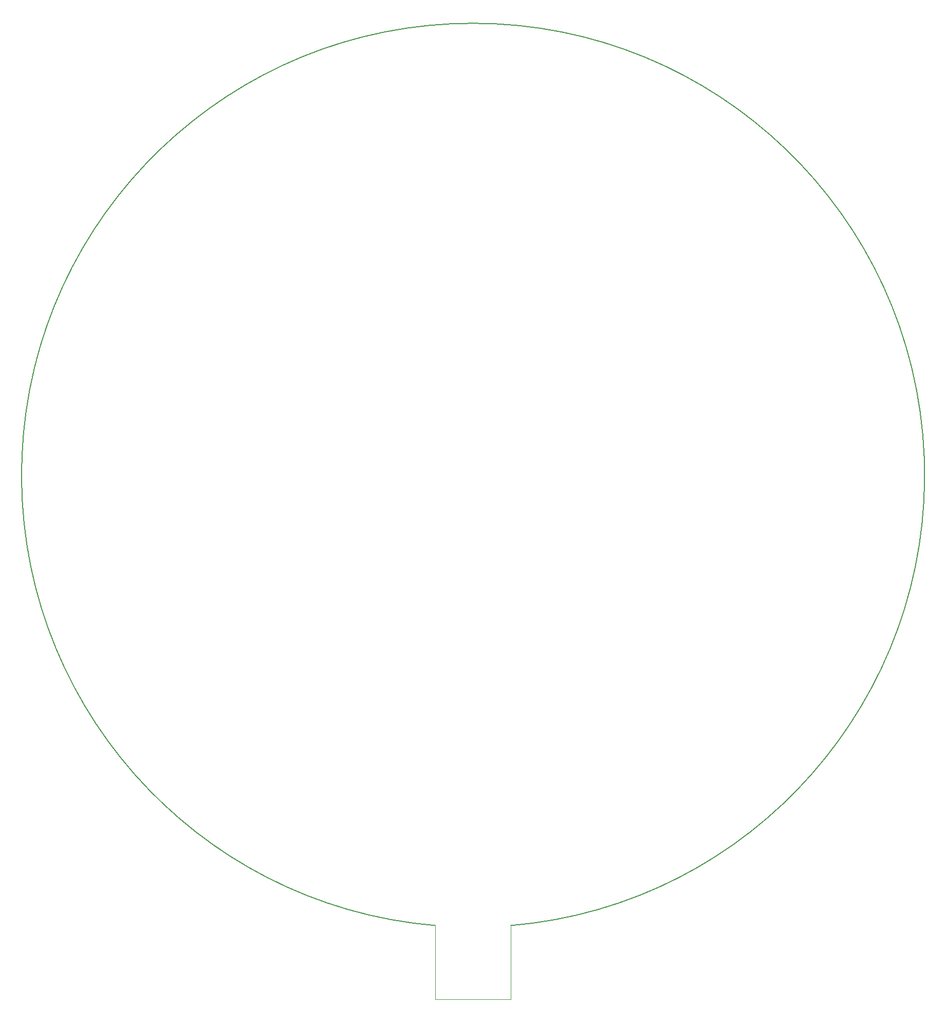
<source format=gm1>
G04 #@! TF.GenerationSoftware,KiCad,Pcbnew,6.0.11-2627ca5db0~126~ubuntu20.04.1*
G04 #@! TF.CreationDate,2023-02-06T20:23:24+01:00*
G04 #@! TF.ProjectId,Semafor,53656d61-666f-4722-9e6b-696361645f70,rev?*
G04 #@! TF.SameCoordinates,Original*
G04 #@! TF.FileFunction,Profile,NP*
%FSLAX46Y46*%
G04 Gerber Fmt 4.6, Leading zero omitted, Abs format (unit mm)*
G04 Created by KiCad (PCBNEW 6.0.11-2627ca5db0~126~ubuntu20.04.1) date 2023-02-06 20:23:24*
%MOMM*%
%LPD*%
G01*
G04 APERTURE LIST*
G04 #@! TA.AperFunction,Profile*
%ADD10C,0.100000*%
G04 #@! TD*
G04 #@! TA.AperFunction,Profile*
%ADD11C,0.200000*%
G04 #@! TD*
G04 APERTURE END LIST*
D10*
X-93800000Y13650000D02*
X-93799652Y25795835D01*
D11*
X-93799652Y25795835D02*
G75*
G03*
X-106250000Y25800000I-6200374J74135702D01*
G01*
D10*
X-106250000Y13650000D02*
X-93800000Y13650000D01*
X-106250000Y25800000D02*
X-106250000Y13650000D01*
M02*

</source>
